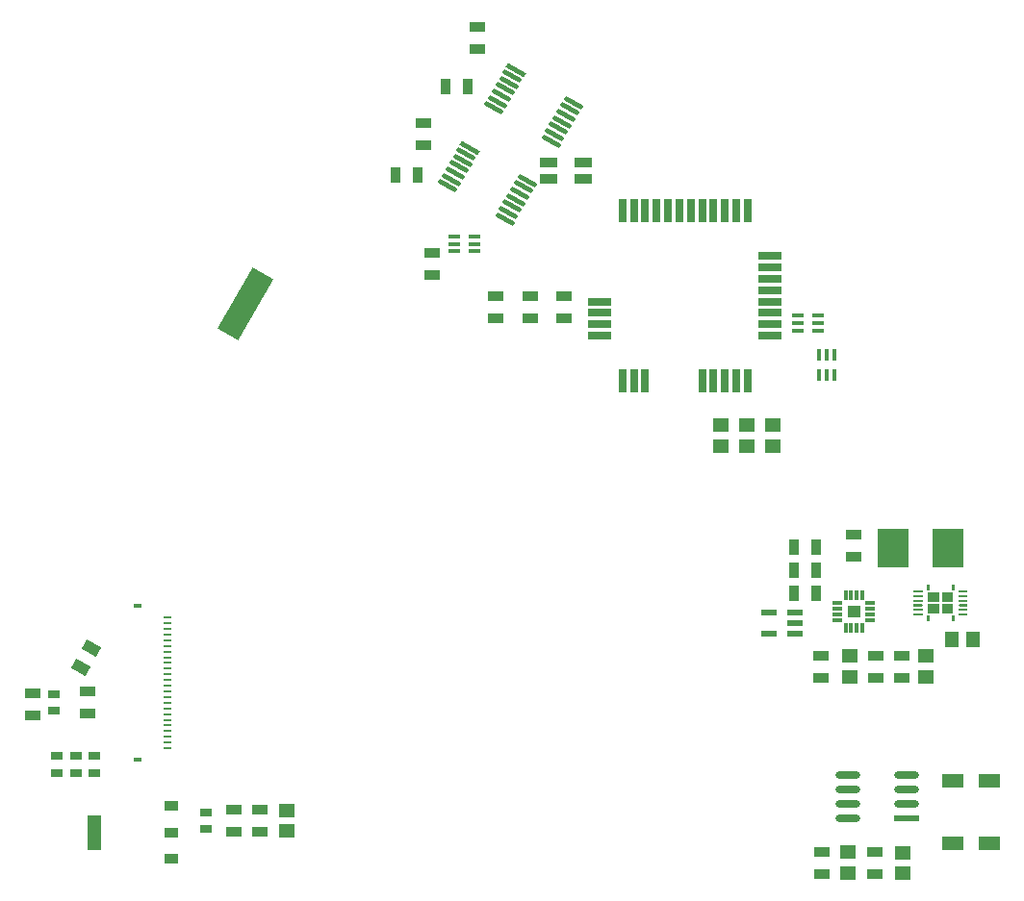
<source format=gtp>
G04*
G04 #@! TF.GenerationSoftware,Altium Limited,Altium Designer,22.1.2 (22)*
G04*
G04 Layer_Color=8421504*
%FSLAX25Y25*%
%MOIN*%
G70*
G04*
G04 #@! TF.SameCoordinates,8C121C91-0C0E-4A63-ABDB-05F36A63E408*
G04*
G04*
G04 #@! TF.FilePolarity,Positive*
G04*
G01*
G75*
%ADD18R,0.02559X0.00984*%
%ADD19R,0.02559X0.00984*%
%ADD20R,0.01575X0.03937*%
%ADD21R,0.03937X0.01575*%
%ADD22R,0.05709X0.04528*%
%ADD23R,0.04528X0.05709*%
%ADD24R,0.03937X0.02953*%
%ADD25R,0.05709X0.03740*%
G04:AMPARAMS|DCode=26|XSize=37.4mil|YSize=57.09mil|CornerRadius=0mil|HoleSize=0mil|Usage=FLASHONLY|Rotation=60.000|XOffset=0mil|YOffset=0mil|HoleType=Round|Shape=Rectangle|*
%AMROTATEDRECTD26*
4,1,4,0.01537,-0.03047,-0.03407,-0.00192,-0.01537,0.03047,0.03407,0.00192,0.01537,-0.03047,0.0*
%
%ADD26ROTATEDRECTD26*%

%ADD27R,0.03740X0.05709*%
%ADD28R,0.04800X0.12400*%
%ADD29R,0.04800X0.03400*%
%ADD30R,0.03150X0.01575*%
G04:AMPARAMS|DCode=31|XSize=82.68mil|YSize=244.1mil|CornerRadius=0mil|HoleSize=0mil|Usage=FLASHONLY|Rotation=330.000|XOffset=0mil|YOffset=0mil|HoleType=Round|Shape=Rectangle|*
%AMROTATEDRECTD31*
4,1,4,-0.09682,-0.08503,0.02522,0.12637,0.09682,0.08503,-0.02522,-0.12637,-0.09682,-0.08503,0.0*
%
%ADD31ROTATEDRECTD31*%

G04:AMPARAMS|DCode=32|XSize=73.12mil|YSize=16.57mil|CornerRadius=8.28mil|HoleSize=0mil|Usage=FLASHONLY|Rotation=330.000|XOffset=0mil|YOffset=0mil|HoleType=Round|Shape=RoundedRectangle|*
%AMROUNDEDRECTD32*
21,1,0.07312,0.00000,0,0,330.0*
21,1,0.05655,0.01657,0,0,330.0*
1,1,0.01657,0.02449,-0.01414*
1,1,0.01657,-0.02449,0.01414*
1,1,0.01657,-0.02449,0.01414*
1,1,0.01657,0.02449,-0.01414*
%
%ADD32ROUNDEDRECTD32*%
G04:AMPARAMS|DCode=33|XSize=73.12mil|YSize=16.57mil|CornerRadius=0mil|HoleSize=0mil|Usage=FLASHONLY|Rotation=330.000|XOffset=0mil|YOffset=0mil|HoleType=Round|Shape=Rectangle|*
%AMROTATEDRECTD33*
4,1,4,-0.03580,0.01111,-0.02752,0.02545,0.03580,-0.01111,0.02752,-0.02545,-0.03580,0.01111,0.0*
%
%ADD33ROTATEDRECTD33*%

%ADD34R,0.05906X0.03543*%
%ADD35R,0.07874X0.02756*%
%ADD36R,0.02756X0.07874*%
%ADD37R,0.10846X0.13804*%
%ADD38R,0.01575X0.00787*%
G04:AMPARAMS|DCode=39|XSize=33.86mil|YSize=10.24mil|CornerRadius=1.28mil|HoleSize=0mil|Usage=FLASHONLY|Rotation=270.000|XOffset=0mil|YOffset=0mil|HoleType=Round|Shape=RoundedRectangle|*
%AMROUNDEDRECTD39*
21,1,0.03386,0.00768,0,0,270.0*
21,1,0.03130,0.01024,0,0,270.0*
1,1,0.00256,-0.00384,-0.01565*
1,1,0.00256,-0.00384,0.01565*
1,1,0.00256,0.00384,0.01565*
1,1,0.00256,0.00384,-0.01565*
%
%ADD39ROUNDEDRECTD39*%
G04:AMPARAMS|DCode=40|XSize=33.86mil|YSize=10.24mil|CornerRadius=1.28mil|HoleSize=0mil|Usage=FLASHONLY|Rotation=180.000|XOffset=0mil|YOffset=0mil|HoleType=Round|Shape=RoundedRectangle|*
%AMROUNDEDRECTD40*
21,1,0.03386,0.00768,0,0,180.0*
21,1,0.03130,0.01024,0,0,180.0*
1,1,0.00256,-0.01565,0.00384*
1,1,0.00256,0.01565,0.00384*
1,1,0.00256,0.01565,-0.00384*
1,1,0.00256,-0.01565,-0.00384*
%
%ADD40ROUNDEDRECTD40*%
%ADD41R,0.05591X0.02284*%
%ADD42R,0.07480X0.05118*%
%ADD43R,0.08679X0.02394*%
G04:AMPARAMS|DCode=44|XSize=86.79mil|YSize=23.94mil|CornerRadius=11.97mil|HoleSize=0mil|Usage=FLASHONLY|Rotation=180.000|XOffset=0mil|YOffset=0mil|HoleType=Round|Shape=RoundedRectangle|*
%AMROUNDEDRECTD44*
21,1,0.08679,0.00000,0,0,180.0*
21,1,0.06285,0.02394,0,0,180.0*
1,1,0.02394,-0.03143,0.00000*
1,1,0.02394,0.03143,0.00000*
1,1,0.02394,0.03143,0.00000*
1,1,0.02394,-0.03143,0.00000*
%
%ADD44ROUNDEDRECTD44*%
G36*
X356323Y143831D02*
X355339D01*
Y145898D01*
X356323D01*
Y143831D01*
D02*
G37*
G36*
X347661D02*
X346677D01*
Y145898D01*
X347661D01*
Y143831D01*
D02*
G37*
G36*
X360850Y143437D02*
Y143043D01*
X358095D01*
X358074Y143044D01*
X358053Y143045D01*
X358033Y143048D01*
X358013Y143052D01*
X357993Y143057D01*
X357973Y143063D01*
X357953Y143070D01*
X357934Y143077D01*
X357916Y143086D01*
X357898Y143096D01*
X357880Y143107D01*
X357863Y143119D01*
X357847Y143131D01*
X357831Y143144D01*
X357816Y143159D01*
X357802Y143174D01*
X357788Y143189D01*
X357776Y143206D01*
X357764Y143223D01*
X357753Y143240D01*
X357744Y143258D01*
X357735Y143277D01*
X357727Y143296D01*
X357720Y143315D01*
X357714Y143335D01*
X357709Y143355D01*
X357706Y143375D01*
X357703Y143396D01*
X357701Y143416D01*
X357701Y143437D01*
X357701Y143458D01*
X357703Y143478D01*
X357706Y143499D01*
X357709Y143519D01*
X357714Y143539D01*
X357720Y143559D01*
X357727Y143578D01*
X357735Y143597D01*
X357744Y143616D01*
X357753Y143634D01*
X357764Y143651D01*
X357776Y143668D01*
X357788Y143685D01*
X357802Y143701D01*
X357816Y143715D01*
X357831Y143730D01*
X357847Y143743D01*
X357863Y143755D01*
X357880Y143767D01*
X357898Y143778D01*
X357916Y143788D01*
X357934Y143797D01*
X357953Y143805D01*
X357973Y143811D01*
X357993Y143817D01*
X358013Y143822D01*
X358033Y143826D01*
X358053Y143828D01*
X358074Y143830D01*
X358095Y143831D01*
X360850D01*
Y143437D01*
D02*
G37*
G36*
X344926Y143830D02*
X344947Y143828D01*
X344967Y143826D01*
X344987Y143822D01*
X345007Y143817D01*
X345027Y143811D01*
X345047Y143805D01*
X345066Y143797D01*
X345084Y143788D01*
X345102Y143778D01*
X345120Y143767D01*
X345137Y143755D01*
X345153Y143743D01*
X345169Y143730D01*
X345184Y143715D01*
X345198Y143701D01*
X345212Y143685D01*
X345224Y143668D01*
X345236Y143651D01*
X345247Y143634D01*
X345256Y143616D01*
X345265Y143597D01*
X345273Y143578D01*
X345280Y143559D01*
X345286Y143539D01*
X345291Y143519D01*
X345294Y143499D01*
X345297Y143478D01*
X345299Y143458D01*
X345299Y143437D01*
X345299Y143416D01*
X345297Y143396D01*
X345294Y143375D01*
X345291Y143355D01*
X345286Y143335D01*
X345280Y143315D01*
X345273Y143296D01*
X345265Y143277D01*
X345256Y143258D01*
X345247Y143240D01*
X345236Y143223D01*
X345224Y143206D01*
X345212Y143189D01*
X345198Y143174D01*
X345184Y143159D01*
X345169Y143144D01*
X345153Y143131D01*
X345137Y143119D01*
X345120Y143107D01*
X345102Y143096D01*
X345084Y143086D01*
X345066Y143077D01*
X345047Y143070D01*
X345027Y143063D01*
X345007Y143057D01*
X344987Y143052D01*
X344967Y143048D01*
X344947Y143045D01*
X344926Y143044D01*
X344905Y143043D01*
X342150D01*
Y143437D01*
Y143831D01*
X344905D01*
X344926Y143830D01*
D02*
G37*
G36*
X360850Y141862D02*
Y141469D01*
X358095D01*
X358074Y141469D01*
X358053Y141471D01*
X358033Y141473D01*
X358013Y141477D01*
X357993Y141482D01*
X357973Y141488D01*
X357953Y141495D01*
X357934Y141502D01*
X357916Y141511D01*
X357898Y141521D01*
X357880Y141532D01*
X357863Y141544D01*
X357847Y141556D01*
X357831Y141570D01*
X357816Y141584D01*
X357802Y141599D01*
X357788Y141614D01*
X357776Y141631D01*
X357764Y141648D01*
X357753Y141665D01*
X357744Y141683D01*
X357735Y141702D01*
X357727Y141721D01*
X357720Y141741D01*
X357714Y141760D01*
X357709Y141780D01*
X357706Y141801D01*
X357703Y141821D01*
X357701Y141842D01*
X357701Y141862D01*
X357701Y141883D01*
X357703Y141903D01*
X357706Y141924D01*
X357709Y141944D01*
X357714Y141964D01*
X357720Y141984D01*
X357727Y142003D01*
X357735Y142022D01*
X357744Y142041D01*
X357753Y142059D01*
X357764Y142077D01*
X357776Y142094D01*
X357788Y142110D01*
X357802Y142126D01*
X357816Y142141D01*
X357831Y142155D01*
X357847Y142168D01*
X357863Y142181D01*
X357880Y142192D01*
X357898Y142203D01*
X357916Y142213D01*
X357934Y142222D01*
X357953Y142230D01*
X357973Y142237D01*
X357993Y142243D01*
X358013Y142247D01*
X358033Y142251D01*
X358053Y142254D01*
X358074Y142255D01*
X358095Y142256D01*
X360850D01*
Y141862D01*
D02*
G37*
G36*
X344926Y142255D02*
X344947Y142254D01*
X344967Y142251D01*
X344987Y142247D01*
X345007Y142243D01*
X345027Y142237D01*
X345047Y142230D01*
X345066Y142222D01*
X345084Y142213D01*
X345102Y142203D01*
X345120Y142192D01*
X345137Y142181D01*
X345153Y142168D01*
X345169Y142155D01*
X345184Y142141D01*
X345198Y142126D01*
X345212Y142110D01*
X345224Y142094D01*
X345236Y142077D01*
X345247Y142059D01*
X345256Y142041D01*
X345265Y142022D01*
X345273Y142003D01*
X345280Y141984D01*
X345286Y141964D01*
X345291Y141944D01*
X345294Y141924D01*
X345297Y141903D01*
X345299Y141883D01*
X345299Y141862D01*
X345299Y141842D01*
X345297Y141821D01*
X345294Y141801D01*
X345291Y141780D01*
X345286Y141760D01*
X345280Y141741D01*
X345273Y141721D01*
X345265Y141702D01*
X345256Y141683D01*
X345247Y141665D01*
X345236Y141648D01*
X345224Y141631D01*
X345212Y141614D01*
X345198Y141599D01*
X345184Y141584D01*
X345169Y141570D01*
X345153Y141556D01*
X345137Y141544D01*
X345120Y141532D01*
X345102Y141521D01*
X345084Y141511D01*
X345066Y141502D01*
X345047Y141495D01*
X345027Y141488D01*
X345007Y141482D01*
X344987Y141477D01*
X344967Y141473D01*
X344947Y141471D01*
X344926Y141469D01*
X344905Y141469D01*
X342150D01*
Y141862D01*
Y142256D01*
X344905D01*
X344926Y142255D01*
D02*
G37*
G36*
X360850Y140287D02*
Y139894D01*
X358095D01*
X358074Y139894D01*
X358053Y139896D01*
X358033Y139899D01*
X358013Y139902D01*
X357993Y139907D01*
X357973Y139913D01*
X357953Y139920D01*
X357934Y139928D01*
X357916Y139937D01*
X357898Y139946D01*
X357880Y139957D01*
X357863Y139969D01*
X357847Y139981D01*
X357831Y139995D01*
X357816Y140009D01*
X357802Y140024D01*
X357788Y140040D01*
X357776Y140056D01*
X357764Y140073D01*
X357753Y140091D01*
X357744Y140109D01*
X357735Y140127D01*
X357727Y140146D01*
X357720Y140166D01*
X357714Y140185D01*
X357709Y140206D01*
X357706Y140226D01*
X357703Y140246D01*
X357701Y140267D01*
X357701Y140287D01*
X357701Y140308D01*
X357703Y140329D01*
X357706Y140349D01*
X357709Y140369D01*
X357714Y140389D01*
X357720Y140409D01*
X357727Y140428D01*
X357735Y140447D01*
X357744Y140466D01*
X357753Y140484D01*
X357764Y140502D01*
X357776Y140519D01*
X357788Y140535D01*
X357802Y140551D01*
X357816Y140566D01*
X357831Y140580D01*
X357847Y140593D01*
X357863Y140606D01*
X357880Y140618D01*
X357898Y140628D01*
X357916Y140638D01*
X357934Y140647D01*
X357953Y140655D01*
X357973Y140662D01*
X357993Y140668D01*
X358013Y140673D01*
X358033Y140676D01*
X358053Y140679D01*
X358074Y140681D01*
X358095Y140681D01*
X360850D01*
Y140287D01*
D02*
G37*
G36*
X355831Y139894D02*
X351894D01*
Y143043D01*
X355831D01*
Y139894D01*
D02*
G37*
G36*
X351106D02*
X347169D01*
Y143043D01*
X351106D01*
Y139894D01*
D02*
G37*
G36*
X344926Y140681D02*
X344947Y140679D01*
X344967Y140676D01*
X344987Y140673D01*
X345007Y140668D01*
X345027Y140662D01*
X345047Y140655D01*
X345066Y140647D01*
X345084Y140638D01*
X345102Y140628D01*
X345120Y140618D01*
X345137Y140606D01*
X345153Y140593D01*
X345169Y140580D01*
X345184Y140566D01*
X345198Y140551D01*
X345212Y140535D01*
X345224Y140519D01*
X345236Y140502D01*
X345247Y140484D01*
X345256Y140466D01*
X345265Y140447D01*
X345273Y140428D01*
X345280Y140409D01*
X345286Y140389D01*
X345291Y140369D01*
X345294Y140349D01*
X345297Y140329D01*
X345299Y140308D01*
X345299Y140287D01*
X345299Y140267D01*
X345297Y140246D01*
X345294Y140226D01*
X345291Y140206D01*
X345286Y140185D01*
X345280Y140166D01*
X345273Y140146D01*
X345265Y140127D01*
X345256Y140109D01*
X345247Y140091D01*
X345236Y140073D01*
X345224Y140056D01*
X345212Y140040D01*
X345198Y140024D01*
X345184Y140009D01*
X345169Y139995D01*
X345153Y139981D01*
X345137Y139969D01*
X345120Y139957D01*
X345102Y139946D01*
X345084Y139937D01*
X345066Y139928D01*
X345047Y139920D01*
X345027Y139913D01*
X345007Y139907D01*
X344987Y139902D01*
X344967Y139899D01*
X344947Y139896D01*
X344926Y139894D01*
X344905Y139894D01*
X342150D01*
Y140287D01*
Y140681D01*
X344905D01*
X344926Y140681D01*
D02*
G37*
G36*
X360850Y138713D02*
Y138319D01*
X358095D01*
X358074Y138319D01*
X358053Y138321D01*
X358033Y138324D01*
X358013Y138328D01*
X357993Y138332D01*
X357973Y138338D01*
X357953Y138345D01*
X357934Y138353D01*
X357916Y138362D01*
X357898Y138372D01*
X357880Y138382D01*
X357863Y138394D01*
X357847Y138407D01*
X357831Y138420D01*
X357816Y138434D01*
X357802Y138449D01*
X357788Y138465D01*
X357776Y138481D01*
X357764Y138498D01*
X357753Y138516D01*
X357744Y138534D01*
X357735Y138552D01*
X357727Y138572D01*
X357720Y138591D01*
X357714Y138611D01*
X357709Y138631D01*
X357706Y138651D01*
X357703Y138672D01*
X357701Y138692D01*
X357701Y138713D01*
X357701Y138733D01*
X357703Y138754D01*
X357706Y138774D01*
X357709Y138795D01*
X357714Y138814D01*
X357720Y138834D01*
X357727Y138854D01*
X357735Y138873D01*
X357744Y138891D01*
X357753Y138909D01*
X357764Y138927D01*
X357776Y138944D01*
X357788Y138960D01*
X357802Y138976D01*
X357816Y138991D01*
X357831Y139005D01*
X357847Y139019D01*
X357863Y139031D01*
X357880Y139043D01*
X357898Y139053D01*
X357916Y139063D01*
X357934Y139072D01*
X357953Y139080D01*
X357973Y139087D01*
X357993Y139093D01*
X358013Y139098D01*
X358033Y139101D01*
X358053Y139104D01*
X358074Y139106D01*
X358095Y139106D01*
X360850D01*
Y138713D01*
D02*
G37*
G36*
X344926Y139106D02*
X344947Y139104D01*
X344967Y139101D01*
X344987Y139098D01*
X345007Y139093D01*
X345027Y139087D01*
X345047Y139080D01*
X345066Y139072D01*
X345084Y139063D01*
X345102Y139053D01*
X345120Y139043D01*
X345137Y139031D01*
X345153Y139019D01*
X345169Y139005D01*
X345184Y138991D01*
X345198Y138976D01*
X345212Y138960D01*
X345224Y138944D01*
X345236Y138927D01*
X345247Y138909D01*
X345256Y138891D01*
X345265Y138873D01*
X345273Y138854D01*
X345280Y138834D01*
X345286Y138814D01*
X345291Y138795D01*
X345294Y138774D01*
X345297Y138754D01*
X345299Y138733D01*
X345299Y138713D01*
X345299Y138692D01*
X345297Y138672D01*
X345294Y138651D01*
X345291Y138631D01*
X345286Y138611D01*
X345280Y138591D01*
X345273Y138572D01*
X345265Y138552D01*
X345256Y138534D01*
X345247Y138516D01*
X345236Y138498D01*
X345224Y138481D01*
X345212Y138465D01*
X345198Y138449D01*
X345184Y138434D01*
X345169Y138420D01*
X345153Y138407D01*
X345137Y138394D01*
X345120Y138382D01*
X345102Y138372D01*
X345084Y138362D01*
X345066Y138353D01*
X345047Y138345D01*
X345027Y138338D01*
X345007Y138332D01*
X344987Y138328D01*
X344967Y138324D01*
X344947Y138321D01*
X344926Y138319D01*
X344905Y138319D01*
X342150D01*
Y138713D01*
Y139106D01*
X344905D01*
X344926Y139106D01*
D02*
G37*
G36*
X360850Y137138D02*
Y136744D01*
X358095D01*
X358074Y136745D01*
X358053Y136746D01*
X358033Y136749D01*
X358013Y136753D01*
X357993Y136758D01*
X357973Y136763D01*
X357953Y136770D01*
X357934Y136778D01*
X357916Y136787D01*
X357898Y136797D01*
X357880Y136808D01*
X357863Y136819D01*
X357847Y136832D01*
X357831Y136845D01*
X357816Y136859D01*
X357802Y136874D01*
X357788Y136890D01*
X357776Y136906D01*
X357764Y136923D01*
X357753Y136941D01*
X357744Y136959D01*
X357735Y136978D01*
X357727Y136997D01*
X357720Y137016D01*
X357714Y137036D01*
X357709Y137056D01*
X357706Y137076D01*
X357703Y137097D01*
X357701Y137117D01*
X357701Y137138D01*
X357701Y137158D01*
X357703Y137179D01*
X357706Y137199D01*
X357709Y137220D01*
X357714Y137240D01*
X357720Y137259D01*
X357727Y137279D01*
X357735Y137298D01*
X357744Y137317D01*
X357753Y137335D01*
X357764Y137352D01*
X357776Y137369D01*
X357788Y137386D01*
X357802Y137401D01*
X357816Y137416D01*
X357831Y137430D01*
X357847Y137444D01*
X357863Y137456D01*
X357880Y137468D01*
X357898Y137479D01*
X357916Y137489D01*
X357934Y137497D01*
X357953Y137505D01*
X357973Y137512D01*
X357993Y137518D01*
X358013Y137523D01*
X358033Y137527D01*
X358053Y137529D01*
X358074Y137531D01*
X358095Y137531D01*
X360850D01*
Y137138D01*
D02*
G37*
G36*
X344926Y137531D02*
X344947Y137529D01*
X344967Y137527D01*
X344987Y137523D01*
X345007Y137518D01*
X345027Y137512D01*
X345047Y137505D01*
X345066Y137497D01*
X345084Y137489D01*
X345102Y137479D01*
X345120Y137468D01*
X345137Y137456D01*
X345153Y137444D01*
X345169Y137430D01*
X345184Y137416D01*
X345198Y137401D01*
X345212Y137386D01*
X345224Y137369D01*
X345236Y137352D01*
X345247Y137335D01*
X345256Y137317D01*
X345265Y137298D01*
X345273Y137279D01*
X345280Y137259D01*
X345286Y137240D01*
X345291Y137220D01*
X345294Y137199D01*
X345297Y137179D01*
X345299Y137158D01*
X345299Y137138D01*
X345299Y137117D01*
X345297Y137097D01*
X345294Y137076D01*
X345291Y137056D01*
X345286Y137036D01*
X345280Y137016D01*
X345273Y136997D01*
X345265Y136978D01*
X345256Y136959D01*
X345247Y136941D01*
X345236Y136923D01*
X345224Y136906D01*
X345212Y136890D01*
X345198Y136874D01*
X345184Y136859D01*
X345169Y136845D01*
X345153Y136832D01*
X345137Y136819D01*
X345120Y136808D01*
X345102Y136797D01*
X345084Y136787D01*
X345066Y136778D01*
X345047Y136770D01*
X345027Y136763D01*
X345007Y136758D01*
X344987Y136753D01*
X344967Y136749D01*
X344947Y136746D01*
X344926Y136745D01*
X344905Y136744D01*
X342150D01*
Y137138D01*
Y137531D01*
X344905D01*
X344926Y137531D01*
D02*
G37*
G36*
X355831Y135957D02*
X351894D01*
Y139106D01*
X355831D01*
Y135957D01*
D02*
G37*
G36*
X351106D02*
X347169D01*
Y139106D01*
X351106D01*
Y135957D01*
D02*
G37*
G36*
X360850Y135563D02*
Y135169D01*
X358095D01*
X358074Y135170D01*
X358053Y135171D01*
X358033Y135174D01*
X358013Y135178D01*
X357993Y135183D01*
X357973Y135189D01*
X357953Y135195D01*
X357934Y135203D01*
X357916Y135212D01*
X357898Y135222D01*
X357880Y135233D01*
X357863Y135245D01*
X357847Y135257D01*
X357831Y135270D01*
X357816Y135285D01*
X357802Y135300D01*
X357788Y135315D01*
X357776Y135332D01*
X357764Y135349D01*
X357753Y135366D01*
X357744Y135384D01*
X357735Y135403D01*
X357727Y135422D01*
X357720Y135441D01*
X357714Y135461D01*
X357709Y135481D01*
X357706Y135501D01*
X357703Y135522D01*
X357701Y135542D01*
X357701Y135563D01*
X357701Y135584D01*
X357703Y135604D01*
X357706Y135625D01*
X357709Y135645D01*
X357714Y135665D01*
X357720Y135685D01*
X357727Y135704D01*
X357735Y135723D01*
X357744Y135742D01*
X357753Y135760D01*
X357764Y135777D01*
X357776Y135794D01*
X357788Y135811D01*
X357802Y135826D01*
X357816Y135841D01*
X357831Y135856D01*
X357847Y135869D01*
X357863Y135881D01*
X357880Y135893D01*
X357898Y135904D01*
X357916Y135914D01*
X357934Y135923D01*
X357953Y135931D01*
X357973Y135937D01*
X357993Y135943D01*
X358013Y135948D01*
X358033Y135952D01*
X358053Y135954D01*
X358074Y135956D01*
X358095Y135957D01*
X360850D01*
Y135563D01*
D02*
G37*
G36*
X344926Y135956D02*
X344947Y135954D01*
X344967Y135952D01*
X344987Y135948D01*
X345007Y135943D01*
X345027Y135937D01*
X345047Y135931D01*
X345066Y135923D01*
X345084Y135914D01*
X345102Y135904D01*
X345120Y135893D01*
X345137Y135881D01*
X345153Y135869D01*
X345169Y135856D01*
X345184Y135841D01*
X345198Y135826D01*
X345212Y135811D01*
X345224Y135794D01*
X345236Y135777D01*
X345247Y135760D01*
X345256Y135742D01*
X345265Y135723D01*
X345273Y135704D01*
X345280Y135685D01*
X345286Y135665D01*
X345291Y135645D01*
X345294Y135625D01*
X345297Y135604D01*
X345299Y135584D01*
X345299Y135563D01*
X345299Y135542D01*
X345297Y135522D01*
X345294Y135501D01*
X345291Y135481D01*
X345286Y135461D01*
X345280Y135441D01*
X345273Y135422D01*
X345265Y135403D01*
X345256Y135384D01*
X345247Y135366D01*
X345236Y135349D01*
X345224Y135332D01*
X345212Y135315D01*
X345198Y135300D01*
X345184Y135285D01*
X345169Y135270D01*
X345153Y135257D01*
X345137Y135245D01*
X345120Y135233D01*
X345102Y135222D01*
X345084Y135212D01*
X345066Y135203D01*
X345047Y135195D01*
X345027Y135189D01*
X345007Y135183D01*
X344987Y135178D01*
X344967Y135174D01*
X344947Y135171D01*
X344926Y135170D01*
X344905Y135169D01*
X342150D01*
Y135563D01*
Y135957D01*
X344905D01*
X344926Y135956D01*
D02*
G37*
G36*
X323587Y134413D02*
X319413D01*
Y138587D01*
X323587D01*
Y134413D01*
D02*
G37*
G36*
X356323Y133102D02*
X355339D01*
Y135169D01*
X356323D01*
Y133102D01*
D02*
G37*
G36*
X347661D02*
X346677D01*
Y135169D01*
X347661D01*
Y133102D01*
D02*
G37*
D18*
X83563Y89173D02*
D03*
Y91142D02*
D03*
X83563Y97047D02*
D03*
X83563Y99016D02*
D03*
Y100984D02*
D03*
X83563Y106890D02*
D03*
X83563Y108858D02*
D03*
Y110827D02*
D03*
X83563Y116732D02*
D03*
X83563Y118701D02*
D03*
Y120669D02*
D03*
X83563Y126575D02*
D03*
X83563Y128543D02*
D03*
Y130512D02*
D03*
D19*
Y93110D02*
D03*
Y95079D02*
D03*
Y102953D02*
D03*
Y104921D02*
D03*
Y112795D02*
D03*
Y114764D02*
D03*
Y122638D02*
D03*
Y124606D02*
D03*
Y132480D02*
D03*
Y134449D02*
D03*
D20*
X314559Y225500D02*
D03*
X312000D02*
D03*
X309441D02*
D03*
X314559Y218413D02*
D03*
X312000D02*
D03*
X309441D02*
D03*
D21*
X301913Y239059D02*
D03*
Y236500D02*
D03*
Y233941D02*
D03*
X309000Y239059D02*
D03*
Y236500D02*
D03*
Y233941D02*
D03*
X183000Y266559D02*
D03*
Y264000D02*
D03*
Y261441D02*
D03*
X190087Y266559D02*
D03*
Y264000D02*
D03*
Y261441D02*
D03*
D22*
X275500Y201043D02*
D03*
Y193957D02*
D03*
X284500Y201043D02*
D03*
Y193957D02*
D03*
X293500Y201043D02*
D03*
Y193957D02*
D03*
X125098Y67520D02*
D03*
Y60433D02*
D03*
X319500Y53043D02*
D03*
Y45957D02*
D03*
X338299Y45902D02*
D03*
Y52988D02*
D03*
X320000Y121043D02*
D03*
Y113957D02*
D03*
X346500D02*
D03*
Y121043D02*
D03*
D23*
X355457Y127000D02*
D03*
X362543D02*
D03*
D24*
X97000Y61047D02*
D03*
Y66953D02*
D03*
X44500Y107953D02*
D03*
Y102047D02*
D03*
X52000Y80547D02*
D03*
Y86453D02*
D03*
X58500Y80547D02*
D03*
Y86453D02*
D03*
X45500Y80547D02*
D03*
Y86453D02*
D03*
D25*
X106595Y67716D02*
D03*
Y60039D02*
D03*
X115847Y67815D02*
D03*
Y60138D02*
D03*
X37000Y108339D02*
D03*
Y100661D02*
D03*
X56000Y101161D02*
D03*
Y108839D02*
D03*
X191000Y339339D02*
D03*
Y331661D02*
D03*
X175500Y253161D02*
D03*
Y260839D02*
D03*
X172500Y305839D02*
D03*
Y298161D02*
D03*
X310500Y53339D02*
D03*
Y45661D02*
D03*
X328799Y45606D02*
D03*
Y53284D02*
D03*
X197500Y245839D02*
D03*
Y238161D02*
D03*
X209500Y245839D02*
D03*
Y238161D02*
D03*
X221000Y245839D02*
D03*
Y238161D02*
D03*
X310000Y121339D02*
D03*
Y113661D02*
D03*
X321500Y155661D02*
D03*
Y163339D02*
D03*
X329000Y121339D02*
D03*
Y113661D02*
D03*
X338000Y121339D02*
D03*
Y113661D02*
D03*
D26*
X53581Y117176D02*
D03*
X57419Y123824D02*
D03*
D27*
X180161Y318500D02*
D03*
X187839D02*
D03*
X162661Y288000D02*
D03*
X170339D02*
D03*
X300661Y159000D02*
D03*
X308339D02*
D03*
X300661Y151000D02*
D03*
X308339D02*
D03*
X300661Y143000D02*
D03*
X308339D02*
D03*
D28*
X58303Y60000D02*
D03*
D29*
X85004Y69055D02*
D03*
Y60000D02*
D03*
Y50945D02*
D03*
D30*
X73425Y85236D02*
D03*
Y138386D02*
D03*
D31*
X110555Y243184D02*
D03*
D32*
X224228Y312939D02*
D03*
X222949Y310723D02*
D03*
X221669Y308506D02*
D03*
X220390Y306290D02*
D03*
X219110Y304074D02*
D03*
X217830Y301858D02*
D03*
X216551Y299642D02*
D03*
X196772Y311061D02*
D03*
X198051Y313277D02*
D03*
X199331Y315493D02*
D03*
X200610Y317710D02*
D03*
X201890Y319926D02*
D03*
X203169Y322142D02*
D03*
X187170Y295142D02*
D03*
X185890Y292926D02*
D03*
X184610Y290710D02*
D03*
X183331Y288493D02*
D03*
X182051Y286277D02*
D03*
X180772Y284061D02*
D03*
X200551Y272642D02*
D03*
X201831Y274858D02*
D03*
X203110Y277074D02*
D03*
X204390Y279290D02*
D03*
X205669Y281506D02*
D03*
X206949Y283723D02*
D03*
X208228Y285939D02*
D03*
D33*
X204449Y324358D02*
D03*
X188449Y297358D02*
D03*
D34*
X227756Y286614D02*
D03*
Y292126D02*
D03*
X215551D02*
D03*
Y286614D02*
D03*
D35*
X233445Y244000D02*
D03*
Y240063D02*
D03*
X292500Y259748D02*
D03*
Y255811D02*
D03*
Y251874D02*
D03*
Y247937D02*
D03*
Y244000D02*
D03*
Y240063D02*
D03*
Y236126D02*
D03*
Y232189D02*
D03*
X233445D02*
D03*
Y236126D02*
D03*
D36*
X268878Y216441D02*
D03*
X272815D02*
D03*
X276752D02*
D03*
X280689D02*
D03*
X284626D02*
D03*
X249193D02*
D03*
X245256D02*
D03*
X241319D02*
D03*
Y275496D02*
D03*
X245256D02*
D03*
X249193D02*
D03*
X253130D02*
D03*
X257067D02*
D03*
X261004D02*
D03*
X264941D02*
D03*
X268878D02*
D03*
X272815D02*
D03*
X276752D02*
D03*
X280689D02*
D03*
X284626D02*
D03*
D37*
X354050Y158500D02*
D03*
X334950D02*
D03*
D38*
X359276Y137138D02*
D03*
D39*
X324453Y142150D02*
D03*
X322484D02*
D03*
X320516D02*
D03*
X318547D02*
D03*
Y130850D02*
D03*
X320516D02*
D03*
X322484D02*
D03*
X324453D02*
D03*
D40*
X327150Y133547D02*
D03*
Y135516D02*
D03*
Y137484D02*
D03*
Y139453D02*
D03*
X315850D02*
D03*
Y137484D02*
D03*
Y135516D02*
D03*
Y133547D02*
D03*
D41*
X301008Y128760D02*
D03*
Y132500D02*
D03*
Y136240D02*
D03*
X291992D02*
D03*
Y128760D02*
D03*
D42*
X368299Y56173D02*
D03*
Y77827D02*
D03*
X355701D02*
D03*
Y56173D02*
D03*
D43*
X339543Y65000D02*
D03*
D44*
Y70000D02*
D03*
Y75000D02*
D03*
Y80000D02*
D03*
X319457D02*
D03*
Y75000D02*
D03*
Y70000D02*
D03*
Y65000D02*
D03*
M02*

</source>
